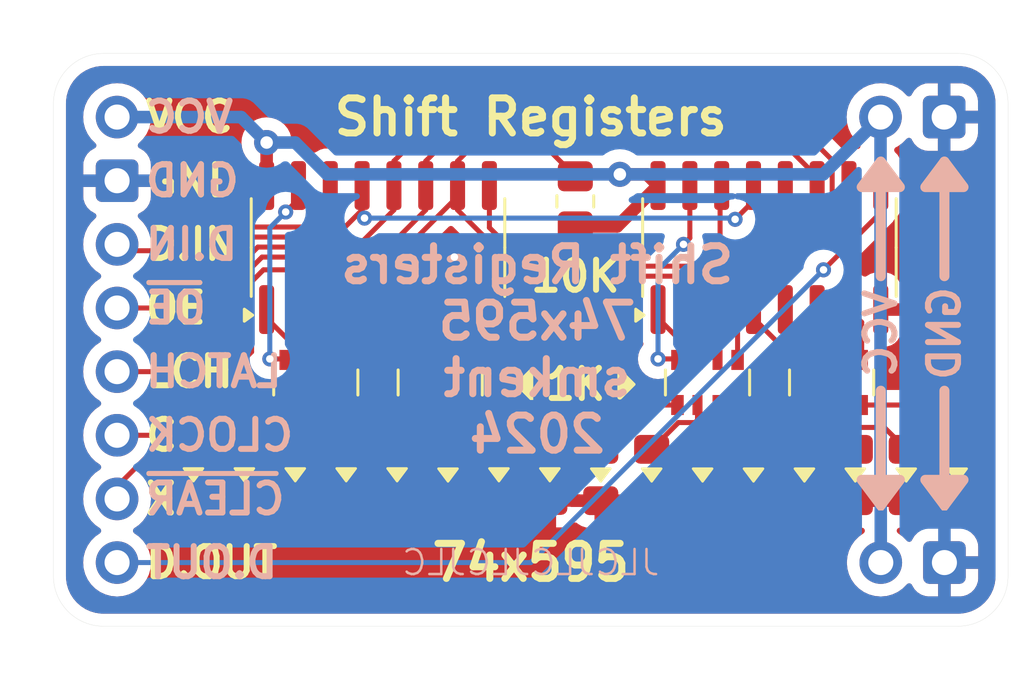
<source format=kicad_pcb>
(kicad_pcb (version 20240108) (generator "pcbnew") (generator_version "8.0")
  (layers (0 "F.Cu" signal) (31 "B.Cu" signal) (34 "B.Paste" user) (35 "F.Paste" user) (36 "B.SilkS" user "B.Silkscreen") (37 "F.SilkS" user "F.Silkscreen") (38 "B.Mask" user) (39 "F.Mask" user) (44 "Edge.Cuts" user))
  (net 0 "")
  (net 1 "LED4")
  (net 2 "LED3")
  (net 3 "LED1")
  (net 4 "LED2")
  (net 5 "Net-(LED1-A)")
  (net 6 "Net-(LED2-A)")
  (net 7 "Net-(LED3-A)")
  (net 8 "Net-(LED4-A)")
  (net 9 "LED8")
  (net 10 "LED6")
  (net 11 "LED5")
  (net 12 "LED7")
  (net 13 "Net-(LED5-A)")
  (net 14 "Net-(LED6-A)")
  (net 15 "Net-(LED7-A)")
  (net 16 "Net-(LED8-A)")
  (net 17 "GND")
  (net 18 "VCC")
  (net 19 "OE")
  (net 20 "Clock")
  (net 21 "Data")
  (net 22 "Latch")
  (net 23 "Clear")
  (net 24 "Net-(LED9-A)")
  (net 25 "Net-(LED10-A)")
  (net 26 "Net-(LED11-A)")
  (net 27 "Net-(LED12-A)")
  (net 28 "Net-(LED13-A)")
  (net 29 "Net-(LED14-A)")
  (net 30 "Net-(LED15-A)")
  (net 31 "Net-(LED16-A)")
  (net 32 "LED9")
  (net 33 "LED10")
  (net 34 "LED11")
  (net 35 "LED12")
  (net 36 "LED14")
  (net 37 "LED16")
  (net 38 "LED15")
  (net 39 "LED13")
  (net 40 "Data2")
  (net 41 "Data_Out")
  (footprint "Resistor_SMD:R_0805_2012Metric_Pad1.20x1.40mm_HandSolder" (layer "F.Cu") (at 122.428 79.564 90)
    (property "Reference" "R1" (hide yes))
    (property "Value" "10K")
    (fp_line (start -0.227064 -0.735) (end 0.227064 -0.735) (stroke (width 0.12)) (layer "F.SilkS"))
    (fp_line (start -0.227064 0.735) (end 0.227064 0.735) (stroke (width 0.12)) (layer "F.SilkS"))
    (pad "1" smd roundrect (at -1 0 90) (size 1.2 1.4) (layers "F.Cu" "F.Paste" "F.Mask") (roundrect_rratio 0.208333) (net 18 "VCC"))
    (pad "2" smd roundrect (at 1 0 90) (size 1.2 1.4) (layers "F.Cu" "F.Paste" "F.Mask") (roundrect_rratio 0.208333) (net 23 "Clear"))
  )
  (footprint "custom:LED_0805_2012Metric_Pad1.15x1.40mm_HandSolder_simple" (layer "F.Cu") (at 127.508 90.486 90)
    (property "Reference" "LED11" (hide yes))
    (property "Value" "LED")
    (fp_poly (pts (xy 0.254 -0.381) (xy 0.254 0.381) (xy -0.254 0)) (stroke (width 0.1)) (fill solid) (layer "F.SilkS"))
    (pad "1" smd roundrect (at -1.025 0 90) (size 1.15 1.4) (layers "F.Cu" "F.Paste" "F.Mask") (roundrect_rratio 0.217391) (net 17 "GND"))
    (pad "2" smd roundrect (at 1.025 0 90) (size 1.15 1.4) (layers "F.Cu" "F.Paste" "F.Mask") (roundrect_rratio 0.217391) (net 26 "Net-(LED11-A)"))
  )
  (footprint "custom:LED_0805_2012Metric_Pad1.15x1.40mm_HandSolder_simple" (layer "F.Cu") (at 109.22 90.477 90)
    (property "Reference" "LED2" (hide yes))
    (property "Value" "LED")
    (fp_poly (pts (xy 0.254 -0.381) (xy 0.254 0.381) (xy -0.254 0)) (stroke (width 0.1)) (fill solid) (layer "F.SilkS"))
    (pad "1" smd roundrect (at -1.025 0 90) (size 1.15 1.4) (layers "F.Cu" "F.Paste" "F.Mask") (roundrect_rratio 0.217391) (net 17 "GND"))
    (pad "2" smd roundrect (at 1.025 0 90) (size 1.15 1.4) (layers "F.Cu" "F.Paste" "F.Mask") (roundrect_rratio 0.217391) (net 6 "Net-(LED2-A)"))
  )
  (footprint "Package_SO:SOIC-16_3.9x9.9mm_P1.27mm" (layer "F.Cu") (at 130.175 81.407 90)
    (property "Reference" "U2" (hide yes))
    (property "Value" "74HC595")
    (fp_line (start 0 -5.06) (end 1.95 -5.06) (stroke (width 0.12)) (layer "F.SilkS"))
    (fp_line (start 0 -5.06) (end -1.95 -5.06) (stroke (width 0.12)) (layer "F.SilkS"))
    (fp_line (start 0 5.06) (end 1.95 5.06) (stroke (width 0.12)) (layer "F.SilkS"))
    (fp_line (start 0 5.06) (end -1.95 5.06) (stroke (width 0.12)) (layer "F.SilkS"))
    (fp_poly (pts (xy -2.7 -5.005) (xy -2.94 -5.335) (xy -2.46 -5.335) (xy -2.7 -5.005)) (stroke (width 0.12)) (fill solid) (layer "F.SilkS"))
    (pad "1" smd roundrect (at -2.475 -4.445 90) (size 1.95 0.6) (layers "F.Cu" "F.Paste" "F.Mask") (net 33 "LED10"))
    (pad "2" smd roundrect (at -2.475 -3.175 90) (size 1.95 0.6) (layers "F.Cu" "F.Paste" "F.Mask") (net 34 "LED11"))
    (pad "3" smd roundrect (at -2.475 -1.905 90) (size 1.95 0.6) (layers "F.Cu" "F.Paste" "F.Mask") (net 35 "LED12"))
    (pad "4" smd roundrect (at -2.475 -0.635 90) (size 1.95 0.6) (layers "F.Cu" "F.Paste" "F.Mask") (net 39 "LED13"))
    (pad "5" smd roundrect (at -2.475 0.635 90) (size 1.95 0.6) (layers "F.Cu" "F.Paste" "F.Mask") (net 36 "LED14"))
    (pad "6" smd roundrect (at -2.475 1.905 90) (size 1.95 0.6) (layers "F.Cu" "F.Paste" "F.Mask") (net 38 "LED15"))
    (pad "7" smd roundrect (at -2.475 3.175 90) (size 1.95 0.6) (layers "F.Cu" "F.Paste" "F.Mask") (net 37 "LED16"))
    (pad "8" smd roundrect (at -2.475 4.445 90) (size 1.95 0.6) (layers "F.Cu" "F.Paste" "F.Mask") (net 17 "GND"))
    (pad "9" smd roundrect (at 2.475 4.445 90) (size 1.95 0.6) (layers "F.Cu" "F.Paste" "F.Mask") (net 41 "Data_Out"))
    (pad "10" smd roundrect (at 2.475 3.175 90) (size 1.95 0.6) (layers "F.Cu" "F.Paste" "F.Mask") (net 23 "Clear"))
    (pad "11" smd roundrect (at 2.475 1.905 90) (size 1.95 0.6) (layers "F.Cu" "F.Paste" "F.Mask") (net 20 "Clock"))
    (pad "12" smd roundrect (at 2.475 0.635 90) (size 1.95 0.6) (layers "F.Cu" "F.Paste" "F.Mask") (net 22 "Latch"))
    (pad "13" smd roundrect (at 2.475 -0.635 90) (size 1.95 0.6) (layers "F.Cu" "F.Paste" "F.Mask") (net 19 "OE"))
    (pad "14" smd roundrect (at 2.475 -1.905 90) (size 1.95 0.6) (layers "F.Cu" "F.Paste" "F.Mask") (net 40 "Data2"))
    (pad "15" smd roundrect (at 2.475 -3.175 90) (size 1.95 0.6) (layers "F.Cu" "F.Paste" "F.Mask") (net 32 "LED9"))
    (pad "16" smd roundrect (at 2.475 -4.445 90) (size 1.95 0.6) (layers "F.Cu" "F.Paste" "F.Mask") (net 18 "VCC"))
  )
  (footprint "custom:LED_0805_2012Metric_Pad1.15x1.40mm_HandSolder_simple" (layer "F.Cu") (at 111.252 90.477 90)
    (property "Reference" "LED3" (hide yes))
    (property "Value" "LED")
    (fp_poly (pts (xy 0.254 -0.381) (xy 0.254 0.381) (xy -0.254 0)) (stroke (width 0.1)) (fill solid) (layer "F.SilkS"))
    (pad "1" smd roundrect (at -1.025 0 90) (size 1.15 1.4) (layers "F.Cu" "F.Paste" "F.Mask") (roundrect_rratio 0.217391) (net 17 "GND"))
    (pad "2" smd roundrect (at 1.025 0 90) (size 1.15 1.4) (layers "F.Cu" "F.Paste" "F.Mask") (roundrect_rratio 0.217391) (net 7 "Net-(LED3-A)"))
  )
  (footprint "custom:LED_0805_2012Metric_Pad1.15x1.40mm_HandSolder_simple" (layer "F.Cu") (at 107.188 90.477 90)
    (property "Reference" "LED1" (hide yes))
    (property "Value" "LED")
    (fp_poly (pts (xy 0.254 -0.381) (xy 0.254 0.381) (xy -0.254 0)) (stroke (width 0.1)) (fill solid) (layer "F.SilkS"))
    (pad "1" smd roundrect (at -1.025 0 90) (size 1.15 1.4) (layers "F.Cu" "F.Paste" "F.Mask") (roundrect_rratio 0.217391) (net 17 "GND"))
    (pad "2" smd roundrect (at 1.025 0 90) (size 1.15 1.4) (layers "F.Cu" "F.Paste" "F.Mask") (roundrect_rratio 0.217391) (net 5 "Net-(LED1-A)"))
  )
  (footprint "custom:LED_0805_2012Metric_Pad1.15x1.40mm_HandSolder_simple" (layer "F.Cu") (at 115.316 90.477 90)
    (property "Reference" "LED5" (hide yes))
    (property "Value" "LED")
    (fp_poly (pts (xy 0.254 -0.381) (xy 0.254 0.381) (xy -0.254 0)) (stroke (width 0.1)) (fill solid) (layer "F.SilkS"))
    (pad "1" smd roundrect (at -1.025 0 90) (size 1.15 1.4) (layers "F.Cu" "F.Paste" "F.Mask") (roundrect_rratio 0.217391) (net 17 "GND"))
    (pad "2" smd roundrect (at 1.025 0 90) (size 1.15 1.4) (layers "F.Cu" "F.Paste" "F.Mask") (roundrect_rratio 0.217391) (net 13 "Net-(LED5-A)"))
  )
  (footprint "custom:LED_0805_2012Metric_Pad1.15x1.40mm_HandSolder_simple" (layer "F.Cu") (at 131.572 90.486 90)
    (property "Reference" "LED13" (hide yes))
    (property "Value" "LED")
    (fp_poly (pts (xy 0.254 -0.381) (xy 0.254 0.381) (xy -0.254 0)) (stroke (width 0.1)) (fill solid) (layer "F.SilkS"))
    (pad "1" smd roundrect (at -1.025 0 90) (size 1.15 1.4) (layers "F.Cu" "F.Paste" "F.Mask") (roundrect_rratio 0.217391) (net 17 "GND"))
    (pad "2" smd roundrect (at 1.025 0 90) (size 1.15 1.4) (layers "F.Cu" "F.Paste" "F.Mask") (roundrect_rratio 0.217391) (net 28 "Net-(LED13-A)"))
  )
  (footprint "custom:LED_0805_2012Metric_Pad1.15x1.40mm_HandSolder_simple" (layer "F.Cu") (at 135.636 90.486 90)
    (property "Reference" "LED15" (hide yes))
    (property "Value" "LED")
    (fp_poly (pts (xy 0.254 -0.381) (xy 0.254 0.381) (xy -0.254 0)) (stroke (width 0.1)) (fill solid) (layer "F.SilkS"))
    (pad "1" smd roundrect (at -1.025 0 90) (size 1.15 1.4) (layers "F.Cu" "F.Paste" "F.Mask") (roundrect_rratio 0.217391) (net 17 "GND"))
    (pad "2" smd roundrect (at 1.025 0 90) (size 1.15 1.4) (layers "F.Cu" "F.Paste" "F.Mask") (roundrect_rratio 0.217391) (net 30 "Net-(LED15-A)"))
  )
  (footprint "Resistor_SMD:R_Array_Convex_4x0603" (layer "F.Cu") (at 127.705 86.792 90)
    (property "Reference" "RN3" (hide yes))
    (property "Value" "1K")
    (fp_line (start 0.5 -1.68) (end -0.5 -1.68) (stroke (width 0.12)) (layer "F.SilkS"))
    (fp_line (start 0.5 1.68) (end -0.5 1.68) (stroke (width 0.12)) (layer "F.SilkS"))
    (pad "1" smd rect (at -0.9 -1.2 90) (size 0.8 0.5) (layers "F.Cu" "F.Paste" "F.Mask") (net 24 "Net-(LED9-A)"))
    (pad "2" smd rect (at -0.9 -0.4 90) (size 0.8 0.4) (layers "F.Cu" "F.Paste" "F.Mask") (net 25 "Net-(LED10-A)"))
    (pad "3" smd rect (at -0.9 0.4 90) (size 0.8 0.4) (layers "F.Cu" "F.Paste" "F.Mask") (net 26 "Net-(LED11-A)"))
    (pad "4" smd rect (at -0.9 1.2 90) (size 0.8 0.5) (layers "F.Cu" "F.Paste" "F.Mask") (net 27 "Net-(LED12-A)"))
    (pad "5" smd rect (at 0.9 1.2 90) (size 0.8 0.5) (layers "F.Cu" "F.Paste" "F.Mask") (net 35 "LED12"))
    (pad "6" smd rect (at 0.9 0.4 90) (size 0.8 0.4) (layers "F.Cu" "F.Paste" "F.Mask") (net 34 "LED11"))
    (pad "7" smd rect (at 0.9 -0.4 90) (size 0.8 0.4) (layers "F.Cu" "F.Paste" "F.Mask") (net 33 "LED10"))
    (pad "8" smd rect (at 0.9 -1.2 90) (size 0.8 0.5) (layers "F.Cu" "F.Paste" "F.Mask") (net 32 "LED9"))
  )
  (footprint "custom:LED_0805_2012Metric_Pad1.15x1.40mm_HandSolder_simple" (layer "F.Cu") (at 133.604 90.486 90)
    (property "Reference" "LED14" (hide yes))
    (property "Value" "LED")
    (fp_poly (pts (xy 0.254 -0.381) (xy 0.254 0.381) (xy -0.254 0)) (stroke (width 0.1)) (fill solid) (layer "F.SilkS"))
    (pad "1" smd roundrect (at -1.025 0 90) (size 1.15 1.4) (layers "F.Cu" "F.Paste" "F.Mask") (roundrect_rratio 0.217391) (net 17 "GND"))
    (pad "2" smd roundrect (at 1.025 0 90) (size 1.15 1.4) (layers "F.Cu" "F.Paste" "F.Mask") (roundrect_rratio 0.217391) (net 29 "Net-(LED14-A)"))
  )
  (footprint "custom:LED_0805_2012Metric_Pad1.15x1.40mm_HandSolder_simple" (layer "F.Cu") (at 121.412 90.477 90)
    (property "Reference" "LED8" (hide yes))
    (property "Value" "LED")
    (fp_poly (pts (xy 0.254 -0.381) (xy 0.254 0.381) (xy -0.254 0)) (stroke (width 0.1)) (fill solid) (layer "F.SilkS"))
    (pad "1" smd roundrect (at -1.025 0 90) (size 1.15 1.4) (layers "F.Cu" "F.Paste" "F.Mask") (roundrect_rratio 0.217391) (net 17 "GND"))
    (pad "2" smd roundrect (at 1.025 0 90) (size 1.15 1.4) (layers "F.Cu" "F.Paste" "F.Mask") (roundrect_rratio 0.217391) (net 16 "Net-(LED8-A)"))
  )
  (footprint "custom:LED_0805_2012Metric_Pad1.15x1.40mm_HandSolder_simple" (layer "F.Cu") (at 117.348 90.486 90)
    (property "Reference" "LED6" (hide yes))
    (property "Value" "LED")
    (fp_poly (pts (xy 0.254 -0.381) (xy 0.254 0.381) (xy -0.254 0)) (stroke (width 0.1)) (fill solid) (layer "F.SilkS"))
    (pad "1" smd roundrect (at -1.025 0 90) (size 1.15 1.4) (layers "F.Cu" "F.Paste" "F.Mask") (roundrect_rratio 0.217391) (net 17 "GND"))
    (pad "2" smd roundrect (at 1.025 0 90) (size 1.15 1.4) (layers "F.Cu" "F.Paste" "F.Mask") (roundrect_rratio 0.217391) (net 14 "Net-(LED6-A)"))
  )
  (footprint "custom:LED_0805_2012Metric_Pad1.15x1.40mm_HandSolder_simple" (layer "F.Cu") (at 123.444 90.486 90)
    (property "Reference" "LED9" (hide yes))
    (property "Value" "LED")
    (fp_poly (pts (xy 0.254 -0.381) (xy 0.254 0.381) (xy -0.254 0)) (stroke (width 0.1)) (fill solid) (layer "F.SilkS"))
    (pad "1" smd roundrect (at -1.025 0 90) (size 1.15 1.4) (layers "F.Cu" "F.Paste" "F.Mask") (roundrect_rratio 0.217391) (net 17 "GND"))
    (pad "2" smd roundrect (at 1.025 0 90) (size 1.15 1.4) (layers "F.Cu" "F.Paste" "F.Mask") (roundrect_rratio 0.217391) (net 24 "Net-(LED9-A)"))
  )
  (footprint "custom:LED_0805_2012Metric_Pad1.15x1.40mm_HandSolder_simple" (layer "F.Cu") (at 129.54 90.486 90)
    (property "Reference" "LED12" (hide yes))
    (property "Value" "LED")
    (fp_poly (pts (xy 0.254 -0.381) (xy 0.254 0.381) (xy -0.254 0)) (stroke (width 0.1)) (fill solid) (layer "F.SilkS"))
    (pad "1" smd roundrect (at -1.025 0 90) (size 1.15 1.4) (layers "F.Cu" "F.Paste" "F.Mask") (roundrect_rratio 0.217391) (net 17 "GND"))
    (pad "2" smd roundrect (at 1.025 0 90) (size 1.15 1.4) (layers "F.Cu" "F.Paste" "F.Mask") (roundrect_rratio 0.217391) (net 27 "Net-(LED12-A)"))
  )
  (footprint "custom:LED_0805_2012Metric_Pad1.15x1.40mm_HandSolder_simple" (layer "F.Cu") (at 137.668 90.486 90)
    (property "Reference" "LED16" (hide yes))
    (property "Value" "LED")
    (fp_poly (pts (xy 0.254 -0.381) (xy 0.254 0.381) (xy -0.254 0)) (stroke (width 0.1)) (fill solid) (layer "F.SilkS"))
    (pad "1" smd roundrect (at -1.025 0 90) (size 1.15 1.4) (layers "F.Cu" "F.Paste" "F.Mask") (roundrect_rratio 0.217391) (net 17 "GND"))
    (pad "2" smd roundrect (at 1.025 0 90) (size 1.15 1.4) (layers "F.Cu" "F.Paste" "F.Mask") (roundrect_rratio 0.217391) (net 31 "Net-(LED16-A)"))
  )
  (footprint "Resistor_SMD:R_Array_Convex_4x0603" (layer "F.Cu") (at 117.037 86.792 90)
    (property "Reference" "RN2" (hide yes))
    (property "Value" "1K")
    (fp_line (start 0.5 -1.68) (end -0.5 -1.68) (stroke (width 0.12)) (layer "F.SilkS"))
    (fp_line (start 0.5 1.68) (end -0.5 1.68) (stroke (width 0.12)) (layer "F.SilkS"))
    (pad "1" smd rect (at -0.9 -1.2 90) (size 0.8 0.5) (layers "F.Cu" "F.Paste" "F.Mask") (net 13 "Net-(LED5-A)"))
    (pad "2" smd rect (at -0.9 -0.4 90) (size 0.8 0.4) (layers "F.Cu" "F.Paste" "F.Mask") (net 14 "Net-(LED6-A)"))
    (pad "3" smd rect (at -0.9 0.4 90) (size 0.8 0.4) (layers "F.Cu" "F.Paste" "F.Mask") (net 15 "Net-(LED7-A)"))
    (pad "4" smd rect (at -0.9 1.2 90) (size 0.8 0.5) (layers "F.Cu" "F.Paste" "F.Mask") (net 16 "Net-(LED8-A)"))
    (pad "5" smd rect (at 0.9 1.2 90) (size 0.8 0.5) (layers "F.Cu" "F.Paste" "F.Mask") (net 9 "LED8"))
    (pad "6" smd rect (at 0.9 0.4 90) (size 0.8 0.4) (layers "F.Cu" "F.Paste" "F.Mask") (net 12 "LED7"))
    (pad "7" smd rect (at 0.9 -0.4 90) (size 0.8 0.4) (layers "F.Cu" "F.Paste" "F.Mask") (net 10 "LED6"))
    (pad "8" smd rect (at 0.9 -1.2 90) (size 0.8 0.5) (layers "F.Cu" "F.Paste" "F.Mask") (net 11 "LED5"))
  )
  (footprint "custom:LED_0805_2012Metric_Pad1.15x1.40mm_HandSolder_simple" (layer "F.Cu") (at 125.476 90.486 90)
    (property "Reference" "LED10" (hide yes))
    (property "Value" "LED")
    (fp_poly (pts (xy 0.254 -0.381) (xy 0.254 0.381) (xy -0.254 0)) (stroke (width 0.1)) (fill solid) (layer "F.SilkS"))
    (pad "1" smd roundrect (at -1.025 0 90) (size 1.15 1.4) (layers "F.Cu" "F.Paste" "F.Mask") (roundrect_rratio 0.217391) (net 17 "GND"))
    (pad "2" smd roundrect (at 1.025 0 90) (size 1.15 1.4) (layers "F.Cu" "F.Paste" "F.Mask") (roundrect_rratio 0.217391) (net 25 "Net-(LED10-A)"))
  )
  (footprint "Package_SO:SOIC-16_3.9x9.9mm_P1.27mm" (layer "F.Cu") (at 114.554 81.407 90)
    (property "Reference" "U1" (hide yes))
    (property "Value" "74HC595")
    (fp_line (start 0 -5.06) (end 1.95 -5.06) (stroke (width 0.12)) (layer "F.SilkS"))
    (fp_line (start 0 -5.06) (end -1.95 -5.06) (stroke (width 0.12)) (layer "F.SilkS"))
    (fp_line (start 0 5.06) (end 1.95 5.06) (stroke (width 0.12)) (layer "F.SilkS"))
    (fp_line (start 0 5.06) (end -1.95 5.06) (stroke (width 0.12)) (layer "F.SilkS"))
    (fp_poly (pts (xy -2.7 -5.005) (xy -2.94 -5.335) (xy -2.46 -5.335) (xy -2.7 -5.005)) (stroke (width 0.12)) (fill solid) (layer "F.SilkS"))
    (pad "1" smd roundrect (at -2.475 -4.445 90) (size 1.95 0.6) (layers "F.Cu" "F.Paste" "F.Mask") (net 4 "LED2"))
    (pad "2" smd roundrect (at -2.475 -3.175 90) (size 1.95 0.6) (layers "F.Cu" "F.Paste" "F.Mask") (net 2 "LED3"))
    (pad "3" smd roundrect (at -2.475 -1.905 90) (size 1.95 0.6) (layers "F.Cu" "F.Paste" "F.Mask") (net 1 "LED4"))
    (pad "4" smd roundrect (at -2.475 -0.635 90) (size 1.95 0.6) (layers "F.Cu" "F.Paste" "F.Mask") (net 11 "LED5"))
    (pad "5" smd roundrect (at -2.475 0.635 90) (size 1.95 0.6) (layers "F.Cu" "F.Paste" "F.Mask") (net 10 "LED6"))
    (pad "6" smd roundrect (at -2.475 1.905 90) (size 1.95 0.6) (layers "F.Cu" "F.Paste" "F.Mask") (net 12 "LED7"))
    (pad "7" smd roundrect (at -2.475 3.175 90) (size 1.95 0.6) (layers "F.Cu" "F.Paste" "F.Mask") (net 9 "LED8"))
    (pad "8" smd roundrect (at -2.475 4.445 90) (size 1.95 0.6) (layers "F.Cu" "F.Paste" "F.Mask") (net 17 "GND"))
    (pad "9" smd roundrect (at 2.475 4.445 90) (size 1.95 0.6) (layers "F.Cu" "F.Paste" "F.Mask") (net 40 "Data2"))
    (pad "10" smd roundrect (at 2.475 3.175 90) (size 1.95 0.6) (layers "F.Cu" "F.Paste" "F.Mask") (net 23 "Clear"))
    (pad "11" smd roundrect (at 2.475 1.905 90) (size 1.95 0.6) (layers "F.Cu" "F.Paste" "F.Mask") (net 20 "Clock"))
    (pad "12" smd roundrect (at 2.475 0.635 90) (size 1.95 0.6) (layers "F.Cu" "F.Paste" "F.Mask") (net 22 "Latch"))
    (pad "13" smd roundrect (at 2.475 -0.635 90) (size 1.95 0.6) (layers "F.Cu" "F.Paste" "F.Mask") (net 19 "OE"))
    (pad "14" smd roundrect (at 2.475 -1.905 90) (size 1.95 0.6) (layers "F.Cu" "F.Paste" "F.Mask") (net 21 "Data"))
    (pad "15" smd roundrect (at 2.475 -3.175 90) (size 1.95 0.6) (layers "F.Cu" "F.Paste" "F.Mask") (net 3 "LED1"))
    (pad "16" smd roundrect (at 2.475 -4.445 90) (size 1.95 0.6) (layers "F.Cu" "F.Paste" "F.Mask") (net 18 "VCC"))
  )
  (footprint "Resistor_SMD:R_Array_Convex_4x0603" (layer "F.Cu") (at 132.658 86.792 90)
    (property "Reference" "RN4" (hide yes))
    (property "Value" "1K")
    (fp_line (start 0.5 -1.68) (end -0.5 -1.68) (stroke (width 0.12)) (layer "F.SilkS"))
    (fp_line (start 0.5 1.68) (end -0.5 1.68) (stroke (width 0.12)) (layer "F.SilkS"))
    (pad "1" smd rect (at -0.9 -1.2 90) (size 0.8 0.5) (layers "F.Cu" "F.Paste" "F.Mask") (net 28 "Net-(LED13-A)"))
    (pad "2" smd rect (at -0.9 -0.4 90) (size 0.8 0.4) (layers "F.Cu" "F.Paste" "F.Mask") (net 29 "Net-(LED14-A)"))
    (pad "3" smd rect (at -0.9 0.4 90) (size 0.8 0.4) (layers "F.Cu" "F.Paste" "F.Mask") (net 30 "Net-(LED15-A)"))
    (pad "4" smd rect (at -0.9 1.2 90) (size 0.8 0.5) (layers "F.Cu" "F.Paste" "F.Mask") (net 31 "Net-(LED16-A)"))
    (pad "5" smd rect (at 0.9 1.2 90) (size 0.8 0.5) (layers "F.Cu" "F.Paste" "F.Mask") (net 37 "LED16"))
    (pad "6" smd rect (at 0.9 0.4 90) (size 0.8 0.4) (layers "F.Cu" "F.Paste" "F.Mask") (net 38 "LED15"))
    (pad "7" smd rect (at 0.9 -0.4 90) (size 0.8 0.4) (layers "F.Cu" "F.Paste" "F.Mask") (net 36 "LED14"))
    (pad "8" smd rect (at 0.9 -1.2 90) (size 0.8 0.5) (layers "F.Cu" "F.Paste" "F.Mask") (net 39 "LED13"))
  )
  (footprint "custom:LED_0805_2012Metric_Pad1.15x1.40mm_HandSolder_simple" (layer "F.Cu") (at 113.284 90.477 90)
    (property "Reference" "LED4" (hide yes))
    (property "Value" "LED")
    (fp_poly (pts (xy 0.254 -0.381) (xy 0.254 0.381) (xy -0.254 0)) (stroke (width 0.1)) (fill solid) (layer "F.SilkS"))
    (pad "1" smd roundrect (at -1.025 0 90) (size 1.15 1.4) (layers "F.Cu" "F.Paste" "F.Mask") (roundrect_rratio 0.217391) (net 17 "GND"))
    (pad "2" smd roundrect (at 1.025 0 90) (size 1.15 1.4) (layers "F.Cu" "F.Paste" "F.Mask") (roundrect_rratio 0.217391) (net 8 "Net-(LED4-A)"))
  )
  (footprint "custom:LED_0805_2012Metric_Pad1.15x1.40mm_HandSolder_simple" (layer "F.Cu") (at 119.38 90.477 90)
    (property "Reference" "LED7" (hide yes))
    (property "Value" "LED")
    (fp_poly (pts (xy 0.254 -0.381) (xy 0.254 0.381) (xy -0.254 0)) (stroke (width 0.1)) (fill solid) (layer "F.SilkS"))
    (pad "1" smd roundrect (at -1.025 0 90) (size 1.15 1.4) (layers "F.Cu" "F.Paste" "F.Mask") (roundrect_rratio 0.217391) (net 17 "GND"))
    (pad "2" smd roundrect (at 1.025 0 90) (size 1.15 1.4) (layers "F.Cu" "F.Paste" "F.Mask") (roundrect_rratio 0.217391) (net 15 "Net-(LED7-A)"))
  )
  (footprint "Resistor_SMD:R_Array_Convex_4x0603" (layer "F.Cu") (at 112.071 86.792 90)
    (property "Reference" "RN1" (hide yes))
    (property "Value" "1K")
    (fp_line (start 0.5 -1.68) (end -0.5 -1.68) (stroke (width 0.12)) (layer "F.SilkS"))
    (fp_line (start 0.5 1.68) (end -0.5 1.68) (stroke (width 0.12)) (layer "F.SilkS"))
    (pad "1" smd rect (at -0.9 -1.2 90) (size 0.8 0.5) (layers "F.Cu" "F.Paste" "F.Mask") (net 5 "Net-(LED1-A)"))
    (pad "2" smd rect (at -0.9 -0.4 90) (size 0.8 0.4) (layers "F.Cu" "F.Paste" "F.Mask") (net 6 "Net-(LED2-A)"))
    (pad "3" smd rect (at -0.9 0.4 90) (size 0.8 0.4) (layers "F.Cu" "F.Paste" "F.Mask") (net 7 "Net-(LED3-A)"))
    (pad "4" smd rect (at -0.9 1.2 90) (size 0.8 0.5) (layers "F.Cu" "F.Paste" "F.Mask") (net 8 "Net-(LED4-A)"))
    (pad "5" smd rect (at 0.9 1.2 90) (size 0.8 0.5) (layers "F.Cu" "F.Paste" "F.Mask") (net 1 "LED4"))
    (pad "6" smd rect (at 0.9 0.4 90) (size 0.8 0.4) (layers "F.Cu" "F.Paste" "F.Mask") (net 2 "LED3"))
    (pad "7" smd rect (at 0.9 -0.4 90) (size 0.8 0.4) (layers "F.Cu" "F.Paste" "F.Mask") (net 4 "LED2"))
    (pad "8" smd rect (at 0.9 -1.2 90) (size 0.8 0.5) (layers "F.Cu" "F.Paste" "F.Mask") (net 3 "LED1"))
  )
  (footprint "custom:PinHeader_1x02_P2.54mm_Vertical_simple_pad2gnd" (layer "B.Cu") (at 134.61 76.2 -90)
    (property "Reference" "J1" (hide yes))
    (property "Value" "Conn_01x02")
    (pad "1" thru_hole oval (at 0 0 270) (size 1.7 1.7) (drill 1) (layers "*.Cu" "*.Mask") (net 18 "VCC"))
    (pad "2" thru_hole roundrect (at 0 -2.54 270) (size 1.7 1.7) (drill 1) (layers "*.Cu" "*.Mask") (roundrect_rratio 0.1470588235) (net 17 "GND"))
  )
  (footprint "custom:PinHeader_1x08_P2.54mm_Vertical_simple_pad2gnd" (layer "B.Cu") (at 104.14 76.2 180)
    (property "Reference" "J2" (hide yes))
    (property "Value" "Conn_01x08")
    (pad "1" thru_hole oval (at 0 0 180) (size 1.7 1.7) (drill 1) (layers "*.Cu" "*.Mask") (net 18 "VCC"))
    (pad "2" thru_hole roundrect (at 0 -2.54 180) (size 1.7 1.7) (drill 1) (layers "*.Cu" "*.Mask") (roundrect_rratio 0.1470588235) (net 17 "GND"))
    (pad "3" thru_hole oval (at 0 -5.08 180) (size 1.7 1.7) (drill 1) (layers "*.Cu" "*.Mask") (net 21 "Data"))
    (pad "4" thru_hole oval (at 0 -7.62 180) (size 1.7 1.7) (drill 1) (layers "*.Cu" "*.Mask") (net 19 "OE"))
    (pad "5" thru_hole oval (at 0 -10.16 180) (size 1.7 1.7) (drill 1) (layers "*.Cu" "*.Mask") (net 22 "Latch"))
    (pad "6" thru_hole oval (at 0 -12.7 180) (size 1.7 1.7) (drill 1) (layers "*.Cu" "*.Mask") (net 20 "Clock"))
    (pad "7" thru_hole oval (at 0 -15.24 180) (size 1.7 1.7) (drill 1) (layers "*.Cu" "*.Mask") (net 23 "Clear"))
    (pad "8" thru_hole oval (at 0 -17.78 180) (size 1.7 1.7) (drill 1) (layers "*.Cu" "*.Mask") (net 41 "Data_Out"))
  )
  (footprint "custom:PinHeader_1x02_P2.54mm_Vertical_simple_pad2gnd" (layer "B.Cu") (at 134.62 93.98 -90)
    (property "Reference" "J5" (hide yes))
    (property "Value" "Conn_01x02")
    (pad "1" thru_hole oval (at 0 0 270) (size 1.7 1.7) (drill 1) (layers "*.Cu" "*.Mask") (net 18 "VCC"))
    (pad "2" thru_hole roundrect (at 0 -2.54 270) (size 1.7 1.7) (drill 1) (layers "*.Cu" "*.Mask") (roundrect_rratio 0.1470588235) (net 17 "GND"))
  )
  (gr_poly (pts (xy 137.16 77.978) (xy 137.922 78.994) (xy 136.398 78.994)) (stroke (width 0.4)) (fill solid) (layer "B.SilkS"))
  (gr_line (start 134.62 82.55) (end 134.62 77.978) (stroke (width 0.4)) (layer "B.SilkS"))
  (gr_poly (pts (xy 137.16 91.694) (xy 136.398 90.678) (xy 137.922 90.678)) (stroke (width 0.4)) (fill solid) (layer "B.SilkS"))
  (gr_poly (pts (xy 134.62 91.694) (xy 133.858 90.678) (xy 135.382 90.678)) (stroke (width 0.4)) (fill solid) (layer "B.SilkS"))
  (gr_poly (pts (xy 134.62 77.978) (xy 135.382 78.994) (xy 133.858 78.994)) (stroke (width 0.4)) (fill solid) (layer "B.SilkS"))
  (gr_line (start 134.62 87.122) (end 134.62 91.694) (stroke (width 0.4)) (layer "B.SilkS"))
  (gr_line (start 137.16 87.122) (end 137.16 91.694) (stroke (width 0.4)) (layer "B.SilkS"))
  (gr_line (start 105.41 90.424) (end 110.49 90.424) (stroke (width 0.2)) (layer "B.SilkS"))
  (gr_line (start 137.16 82.55) (end 137.16 77.978) (stroke (width 0.4)) (layer "B.SilkS"))
  (gr_line (start 105.41 82.804) (end 107.442 82.804) (stroke (width 0.2)) (layer "B.SilkS"))
  (gr_poly (pts (xy 124.714 86.868) (xy 124.206 87.376) (xy 124.206 86.36)) (stroke (width 0.2)) (fill solid) (layer "F.SilkS"))
  (gr_poly (pts (xy 120.142 86.868) (xy 120.65 86.36) (xy 120.65 87.376)) (stroke (width 0.2)) (fill solid) (layer "F.SilkS"))
  (gr_line (start 105.41 90.424) (end 106.299 90.424) (stroke (width 0.2)) (layer "F.SilkS"))
  (gr_line (start 105.41 82.804) (end 107.442 82.804) (stroke (width 0.2)) (layer "F.SilkS"))
  (gr_poly (pts (arc (start 139.7 75.66) (mid 139.114214 74.245786) (end 137.7 73.66)) (arc (start 103.6 73.66) (mid 102.185786 74.245786) (end 101.6 75.66)) (arc (start 101.6 94.52) (mid 102.185786 95.934214) (end 103.6 96.52)) (arc (start 137.7 96.52) (mid 139.114214 95.934214) (end 139.7 94.52))) (stroke (width 0.01)) (fill none) (layer "Edge.Cuts"))
  (gr_text "D.IN" (at 105.156 81.28 0) (layer "B.SilkS") (effects (font (size 1.2 1.2) (thickness 0.24) (bold yes)) (justify right mirror)))
  (gr_text "D.OUT" (at 105.156 93.98 0) (layer "B.SilkS") (effects (font (size 1.2 1.2) (thickness 0.24) (bold yes)) (justify right mirror)))
  (gr_text "CLEAR" (at 105.156 91.44 0) (layer "B.SilkS") (effects (font (size 1.2 1.2) (thickness 0.24) (bold yes)) (justify right mirror)))
  (gr_text "OE" (at 105.156 83.82 0) (layer "B.SilkS") (effects (font (size 1.2 1.2) (thickness 0.24) (bold yes)) (justify right mirror)))
  (gr_text "LATCH" (at 105.156 86.36 0) (layer "B.SilkS") (effects (font (size 1.2 1.2) (thickness 0.24) (bold yes)) (justify right mirror)))
  (gr_text "VCC" (at 105.156 76.2 0) (layer "B.SilkS") (effects (font (size 1.2 1.2) (thickness 0.24) (bold yes)) (justify right mirror)))
  (gr_text "GND" (at 137.16 84.836 90) (layer "B.SilkS") (effects (font (size 1.2 1.2) (thickness 0.24) (bold yes)) (justify mirror)))
  (gr_text "CLOCK" (at 105.156 88.9 0) (layer "B.SilkS") (effects (font (size 1.2 1.2) (thickness 0.24) (bold yes)) (justify right mirror)))
  (gr_text "VCC" (at 134.62 84.836 90) (layer "B.SilkS") (effects (font (size 1.2 1.2) (thickness 0.24) (bold yes)) (justify mirror)))
  (gr_text "GND" (at 105.156 78.74 0) (layer "B.SilkS") (effects (font (size 1.2 1.2) (thickness 0.24) (bold yes)) (justify right mirror)))
  (gr_text "Shift Registers\n74x595\nsmkent\n2024" (at 120.904 81.28 0) (layer "B.SilkS") (effects (font (size 1.4 1.4) (thickness 0.28) (bold yes)) (justify top mirror)))
  (gr_text "JLCJLCJLCJLC" (at 120.65 93.98 0) (layer "B.SilkS") (effects (font (size 1 1) (thickness 0.1)) (justify mirror)))
  (gr_text "OE\n" (at 105.156 83.82 0) (layer "F.SilkS") (effects (font (size 1.2 1.2) (thickness 0.24) (bold yes)) (justify left)))
  (gr_text "1K" (at 122.428 86.868 0) (layer "F.SilkS") (effects (font (size 1.2 1.2) (thickness 0.24) (bold yes))))
  (gr_text "VCC" (at 105.156 76.2 0) (layer "F.SilkS") (effects (font (size 1.2 1.2) (thickness 0.24) (bold yes)) (justify left)))
  (gr_text "74x595" (at 120.65 93.98 0) (layer "F.SilkS") (effects (font (size 1.4 1.4) (thickness 0.28) (bold yes))))
  (gr_text "X" (at 105.156 91.44 0) (layer "F.SilkS") (effects (font (size 1.2 1.2) (thickness 0.24) (bold yes)) (justify left)))
  (gr_text "LCH" (at 105.156 86.359998 0) (layer "F.SilkS") (effects (font (size 1.2 1.2) (thickness 0.24) (bold yes)) (justify left)))
  (gr_text "D.IN" (at 105.156 81.28 0) (layer "F.SilkS") (effects (font (size 1.2 1.2) (thickness 0.24) (bold yes)) (justify left)))
  (gr_text "C" (at 105.156 88.9 0) (layer "F.SilkS") (effects (font (size 1.2 1.2) (thickness 0.24) (bold yes)) (justify left)))
  (gr_text "Shift Registers" (at 120.65 76.2 0) (layer "F.SilkS") (effects (font (size 1.4 1.4) (thickness 0.28) (bold yes))))
  (gr_text "GND" (at 105.156 78.74 0) (layer "F.SilkS") (effects (font (size 1.2 1.2) (thickness 0.24) (bold yes)) (justify left)))
  (gr_text "D.OUT" (at 105.156 93.98 0) (layer "F.SilkS") (effects (font (size 1.2 1.2) (thickness 0.24) (bold yes)) (justify left)))
  (gr_text "10K" (at 122.428 82.55 0) (layer "F.SilkS") (effects (font (size 1.2 1.2) (thickness 0.24) (bold yes))))
  (segment (start 113.271 85.892) (end 113.271 84.504) (width 0.2) (layer "F.Cu") (net 1))
  (segment (start 113.271 84.504) (end 112.649 83.882) (width 0.2) (layer "F.Cu") (net 1))
  (segment (start 112.471 85.319552) (end 111.379 84.227552) (width 0.2) (layer "F.Cu") (net 2))
  (segment (start 112.471 85.892) (end 112.471 85.319552) (width 0.2) (layer "F.Cu") (net 2))
  (segment (start 111.379 84.227552) (end 111.379 83.882) (width 0.2) (layer "F.Cu") (net 2))
  (segment (start 111.379 79.477869) (end 110.868869 79.988) (width 0.2) (layer "F.Cu") (net 3))
  (segment (start 110.831 85.852) (end 110.871 85.892) (width 0.2) (layer "F.Cu") (net 3))
  (segment (start 110.236 85.852) (end 110.831 85.852) (width 0.2) (layer "F.Cu") (net 3))
  (segment (start 111.379 78.932) (end 111.379 79.477869) (width 0.2) (layer "F.Cu") (net 3))
  (via (at 110.236 85.852) (size 0.6) (drill 0.3) (layers "F.Cu" "B.Cu") (net 3))
  (via (at 110.868869 79.988) (size 0.6) (drill 0.3) (layers "F.Cu" "B.Cu") (net 3))
  (segment (start 110.868869 79.988) (end 110.236 80.620869) (width 0.2) (layer "B.Cu") (net 3))
  (segment (start 110.236 80.620869) (end 110.236 85.852) (width 0.2) (layer "B.Cu") (net 3))
  (segment (start 111.671 85.292) (end 111.571 85.192) (width 0.2) (layer "F.Cu") (net 4))
  (segment (start 110.109 84.227552) (end 110.109 83.882) (width 0.2) (layer "F.Cu") (net 4))
  (segment (start 111.671 85.892) (end 111.671 85.292) (width 0.2) (layer "F.Cu") (net 4))
  (segment (start 111.571 85.192) (end 111.073448 85.192) (width 0.2) (layer "F.Cu") (net 4))
  (segment (start 111.073448 85.192) (end 110.109 84.227552) (width 0.2) (layer "F.Cu") (net 4))
  (segment (start 108.948 87.692) (end 107.188 89.452) (width 0.2) (layer "F.Cu") (net 5))
  (segment (start 110.871 87.692) (end 108.948 87.692) (width 0.2) (layer "F.Cu") (net 5))
  (segment (start 110.218 88.454) (end 109.22 89.452) (width 0.2) (layer "F.Cu") (net 6))
  (segment (start 111.671 87.692) (end 111.671 88.142) (width 0.2) (layer "F.Cu") (net 6))
  (segment (start 111.359 88.454) (end 110.218 88.454) (width 0.2) (layer "F.Cu") (net 6))
  (segment (start 111.671 88.142) (end 111.359 88.454) (width 0.2) (layer "F.Cu") (net 6))
  (segment (start 112.471 87.692) (end 112.471 88.233) (width 0.2) (layer "F.Cu") (net 7))
  (segment (start 112.471 88.233) (end 111.252 89.452) (width 0.2) (layer "F.Cu") (net 7))
  (segment (start 113.271 89.439) (end 113.284 89.452) (width 0.2) (layer "F.Cu") (net 8))
  (segment (start 113.271 87.692) (end 113.271 89.439) (width 0.2) (layer "F.Cu") (net 8))
  (segment (start 117.729 83.882) (end 118.237 84.39) (width 0.2) (layer "F.Cu") (net 9))
  (segment (start 118.237 84.39) (end 118.237 85.892) (width 0.2) (layer "F.Cu") (net 9))
  (segment (start 116.637 85.292) (end 116.502 85.157) (width 0.2) (layer "F.Cu") (net 10))
  (segment (start 116.502 85.157) (end 116.118448 85.157) (width 0.2) (layer "F.Cu") (net 10))
  (segment (start 116.118448 85.157) (end 115.189 84.227552) (width 0.2) (layer "F.Cu") (net 10))
  (segment (start 116.637 85.892) (end 116.637 85.292) (width 0.2) (layer "F.Cu") (net 10))
  (segment (start 115.189 84.227552) (end 115.189 83.882) (width 0.2) (layer "F.Cu") (net 10))
  (segment (start 115.837 85.892) (end 115.387 85.892) (width 0.2) (layer "F.Cu") (net 11))
  (segment (start 115.387 85.892) (end 113.919 84.424) (width 0.2) (layer "F.Cu") (net 11))
  (segment (start 113.919 84.424) (end 113.919 83.882) (width 0.2) (layer "F.Cu") (net 11))
  (segment (start 117.437 85.892) (end 117.437 85.205552) (width 0.2) (layer "F.Cu") (net 12))
  (segment (start 116.459 84.227552) (end 116.459 83.882) (width 0.2) (layer "F.Cu") (net 12))
  (segment (start 117.437 85.205552) (end 116.459 84.227552) (width 0.2) (layer "F.Cu") (net 12))
  (segment (start 115.837 87.692) (end 115.837 88.931) (width 0.2) (layer "F.Cu") (net 13))
  (segment (start 115.837 88.931) (end 115.316 89.452) (width 0.2) (layer "F.Cu") (net 13))
  (segment (start 116.637 88.75) (end 117.348 89.461) (width 0.2) (layer "F.Cu") (net 14))
  (segment (start 116.637 87.692) (end 116.637 88.75) (width 0.2) (layer "F.Cu") (net 14))
  (segment (start 117.437 88.142) (end 117.749 88.454) (width 0.2) (layer "F.Cu") (net 15))
  (segment (start 117.749 88.454) (end 118.382 88.454) (width 0.2) (layer "F.Cu") (net 15))
  (segment (start 117.437 87.692) (end 117.437 88.142) (width 0.2) (layer "F.Cu") (net 15))
  (segment (start 118.382 88.454) (end 119.38 89.452) (width 0.2) (layer "F.Cu") (net 15))
  (segment (start 119.652 87.692) (end 121.412 89.452) (width 0.2) (layer "F.Cu") (net 16))
  (segment (start 118.237 87.692) (end 119.652 87.692) (width 0.2) (layer "F.Cu") (net 16))
  (segment (start 118.999 83.185) (end 117.602 81.788) (width 0.2) (layer "F.Cu") (net 17))
  (segment (start 118.999 83.882) (end 118.999 83.185) (width 0.2) (layer "F.Cu") (net 17))
  (via (at 117.602 81.788) (size 0.6) (drill 0.3) (layers "F.Cu" "B.Cu") (net 17))
  (segment (start 117.602 81.788) (end 114.3 81.788) (width 0.2) (layer "B.Cu") (net 17))
  (segment (start 111.252 78.74) (end 104.14 78.74) (width 0.2) (layer "B.Cu") (net 17))
  (segment (start 114.3 81.788) (end 111.252 78.74) (width 0.2) (layer "B.Cu") (net 17))
  (segment (start 110.109 77.216) (end 110.109 78.932) (width 0.5) (layer "F.Cu") (net 18))
  (segment (start 124.098 80.564) (end 125.73 78.932) (width 0.5) (layer "F.Cu") (net 18))
  (segment (start 125.284 78.486) (end 124.206 78.486) (width 0.5) (layer "F.Cu") (net 18))
  (segment (start 125.73 78.932) (end 125.284 78.486) (width 0.5) (layer "F.Cu") (net 18))
  (segment (start 122.428 80.564) (end 124.098 80.564) (width 0.5) (layer "F.Cu") (net 18))
  (via (at 124.206 78.486) (size 1) (drill 0.5) (layers "F.Cu" "B.Cu") (net 18))
  (via (at 110.109 77.216) (size 1) (drill 0.5) (layers "F.Cu" "B.Cu") (net 18))
  (segment (start 132.324 78.486) (end 134.61 76.2) (width 0.5) (layer "B.Cu") (net 18))
  (segment (start 112.522 78.486) (end 124.206 78.486) (width 0.5) (layer "B.Cu") (net 18))
  (segment (start 109.093 76.2) (end 110.109 77.216) (width 0.5) (layer "B.Cu") (net 18))
  (segment (start 110.109 77.216) (end 111.252 77.216) (width 0.5) (layer "B.Cu") (net 18))
  (segment (start 134.62 91.44) (end 134.61 91.43) (width 0.5) (layer "B.Cu") (net 18))
  (segment (start 134.61 91.43) (end 134.61 76.2) (width 0.5) (layer "B.Cu") (net 18))
  (segment (start 111.252 77.216) (end 112.522 78.486) (width 0.5) (layer "B.Cu") (net 18))
  (segment (start 124.206 78.486) (end 132.324 78.486) (width 0.5) (layer "B.Cu") (net 18))
  (segment (start 104.14 76.2) (end 109.093 76.2) (width 0.5) (layer "B.Cu") (net 18))
  (segment (start 134.62 93.98) (end 134.62 91.44) (width 0.5) (layer "B.Cu") (net 18))
  (segment (start 113.919 78.932) (end 113.919 80.137) (width 0.2) (layer "F.Cu") (net 19))
  (segment (start 112.837999 80.988) (end 113.919 79.906999) (width 0.2) (layer "F.Cu") (net 19))
  (segment (start 128.806145 80.280735) (end 129.54 79.54688) (width 0.2) (layer "F.Cu") (net 19))
  (segment (start 113.919 79.906999) (end 113.919 78.932) (width 0.2) (layer "F.Cu") (net 19))
  (segment (start 107.95 83.82) (end 108.309 83.461) (width 0.2) (layer "F.Cu") (net 19))
  (segment (start 129.54 79.54688) (end 129.54 78.932) (width 0.2) (layer "F.Cu") (net 19))
  (segment (start 109.592944 80.988) (end 112.837999 80.988) (width 0.2) (layer "F.Cu") (net 19))
  (segment (start 108.309 82.271942) (end 109.592944 80.988) (width 0.2) (layer "F.Cu") (net 19))
  (segment (start 113.919 80.137) (end 114.014735 80.232735) (width 0.2) (layer "F.Cu") (net 19))
  (segment (start 104.14 83.82) (end 107.95 83.82) (width 0.2) (layer "F.Cu") (net 19))
  (segment (start 108.309 83.461) (end 108.309 82.271942) (width 0.2) (layer "F.Cu") (net 19))
  (via (at 114.014735 80.232735) (size 0.6) (drill 0.3) (layers "F.Cu" "B.Cu") (net 19))
  (via (at 128.806145 80.280735) (size 0.6) (drill 0.3) (layers "F.Cu" "B.Cu") (net 19))
  (segment (start 128.806145 80.280735) (end 128.758145 80.232735) (width 0.2) (layer "B.Cu") (net 19))
  (segment (start 128.758145 80.232735) (end 114.014735 80.232735) (width 0.2) (layer "B.Cu") (net 19))
  (segment (start 116.459 79.906999) (end 114.577999 81.788) (width 0.2) (layer "F.Cu") (net 20))
  (segment (start 132.08 78.586448) (end 132.08 78.932) (width 0.2) (layer "F.Cu") (net 20))
  (segment (start 116.459 77.957001) (end 117.346001 77.07) (width 0.2) (layer "F.Cu") (net 20))
  (segment (start 105.61457 88.9) (end 104.14 88.9) (width 0.2) (layer "F.Cu") (net 20))
  (segment (start 109.109 85.40557) (end 105.61457 88.9) (width 0.2) (layer "F.Cu") (net 20))
  (segment (start 109.924314 81.788) (end 109.109 82.603314) (width 0.2) (layer "F.Cu") (net 20))
  (segment (start 109.109 82.603314) (end 109.109 85.40557) (width 0.2) (layer "F.Cu") (net 20))
  (segment (start 130.563552 77.07) (end 132.08 78.586448) (width 0.2) (layer "F.Cu") (net 20))
  (segment (start 116.459 78.932) (end 116.459 79.906999) (width 0.2) (layer "F.Cu") (net 20))
  (segment (start 116.459 78.932) (end 116.459 77.957001) (width 0.2) (layer "F.Cu") (net 20))
  (segment (start 117.346001 77.07) (end 130.563552 77.07) (width 0.2) (layer "F.Cu") (net 20))
  (segment (start 114.577999 81.788) (end 109.924314 81.788) (width 0.2) (layer "F.Cu") (net 20))
  (segment (start 104.394 81.534) (end 108.481258 81.534) (width 0.2) (layer "F.Cu") (net 21))
  (segment (start 112.649 79.953) (end 112.649 78.932) (width 0.2) (layer "F.Cu") (net 21))
  (segment (start 109.427259 80.588) (end 112.014 80.588) (width 0.2) (layer "F.Cu") (net 21))
  (segment (start 108.481258 81.534) (end 109.427259 80.588) (width 0.2) (layer "F.Cu") (net 21))
  (segment (start 104.14 81.28) (end 104.394 81.534) (width 0.2) (layer "F.Cu") (net 21))
  (segment (start 112.014 80.588) (end 112.649 79.953) (width 0.2) (layer "F.Cu") (net 21))
  (segment (start 115.189 79.906999) (end 115.189 78.932) (width 0.2) (layer "F.Cu") (net 22))
  (segment (start 132.420552 80.207) (end 132.68 79.947552) (width 0.2) (layer "F.Cu") (net 22))
  (segment (start 130.81 78.932) (end 130.81 79.277552) (width 0.2) (layer "F.Cu") (net 22))
  (segment (start 108.709 82.437628) (end 109.758629 81.388) (width 0.2) (layer "F.Cu") (net 22))
  (segment (start 108.709 85.239884) (end 108.709 82.437628) (width 0.2) (layer "F.Cu") (net 22))
  (segment (start 116.476001 76.67) (end 115.189 77.957001) (width 0.2) (layer "F.Cu") (net 22))
  (segment (start 115.189 77.957001) (end 115.189 78.932) (width 0.2) (layer "F.Cu") (net 22))
  (segment (start 104.14 86.36) (end 107.588884 86.36) (width 0.2) (layer "F.Cu") (net 22))
  (segment (start 132.68 79.947552) (end 132.68 77.916448) (width 0.2) (layer "F.Cu") (net 22))
  (segment (start 130.81 79.277552) (end 131.739448 80.207) (width 0.2) (layer "F.Cu") (net 22))
  (segment (start 131.433552 76.67) (end 116.476001 76.67) (width 0.2) (layer "F.Cu") (net 22))
  (segment (start 107.588884 86.36) (end 108.709 85.239884) (width 0.2) (layer "F.Cu") (net 22))
  (segment (start 113.707999 81.388) (end 115.189 79.906999) (width 0.2) (layer "F.Cu") (net 22))
  (segment (start 131.739448 80.207) (end 132.420552 80.207) (width 0.2) (layer "F.Cu") (net 22))
  (segment (start 132.68 77.916448) (end 131.433552 76.67) (width 0.2) (layer "F.Cu") (net 22))
  (segment (start 109.758629 81.388) (end 113.707999 81.388) (width 0.2) (layer "F.Cu") (net 22))
  (segment (start 109.509 85.571256) (end 109.509 82.769) (width 0.2) (layer "F.Cu") (net 23))
  (segment (start 133.35 79.906999) (end 133.35 78.932) (width 0.2) (layer "F.Cu") (net 23))
  (segment (start 114.808 82.296) (end 117.729 79.375) (width 0.2) (layer "F.Cu") (net 23))
  (segment (start 117.729 77.957001) (end 118.216001 77.47) (width 0.2) (layer "F.Cu") (net 23))
  (segment (start 130.706999 82.55) (end 133.35 79.906999) (width 0.2) (layer "F.Cu") (net 23))
  (segment (start 117.729 79.375) (end 117.729 78.932) (width 0.2) (layer "F.Cu") (net 23))
  (segment (start 118.216001 77.47) (end 121.334 77.47) (width 0.2) (layer "F.Cu") (net 23))
  (segment (start 104.14 90.940256) (end 109.509 85.571256) (width 0.2) (layer "F.Cu") (net 23))
  (segment (start 104.14 91.44) (end 104.14 90.940256) (width 0.2) (layer "F.Cu") (net 23))
  (segment (start 117.729 78.932) (end 117.729 79.906999) (width 0.2) (layer "F.Cu") (net 23))
  (segment (start 117.729 79.906999) (end 120.372001 82.55) (width 0.2) (layer "F.Cu") (net 23))
  (segment (start 121.334 77.47) (end 122.428 78.564) (width 0.2) (layer "F.Cu") (net 23))
  (segment (start 109.509 82.769) (end 109.982 82.296) (width 0.2) (layer "F.Cu") (net 23))
  (segment (start 120.372001 82.55) (end 130.706999 82.55) (width 0.2) (layer "F.Cu") (net 23))
  (segment (start 117.729 78.932) (end 117.729 77.957001) (width 0.2) (layer "F.Cu") (net 23))
  (segment (start 109.982 82.296) (end 114.808 82.296) (width 0.2) (layer "F.Cu") (net 23))
  (segment (start 126.505 87.692) (end 125.213 87.692) (width 0.2) (layer "F.Cu") (net 24))
  (segment (start 125.213 87.692) (end 123.444 89.461) (width 0.2) (layer "F.Cu") (net 24))
  (segment (start 127.305 87.692) (end 127.305 88.292) (width 0.2) (layer "F.Cu") (net 25))
  (segment (start 126.545 88.392) (end 125.476 89.461) (width 0.2) (layer "F.Cu") (net 25))
  (segment (start 127.205 88.392) (end 126.545 88.392) (width 0.2) (layer "F.Cu") (net 25))
  (segment (start 127.305 88.292) (end 127.205 88.392) (width 0.2) (layer "F.Cu") (net 25))
  (segment (start 128.105 88.864) (end 127.508 89.461) (width 0.2) (layer "F.Cu") (net 26))
  (segment (start 128.105 87.692) (end 128.105 88.864) (width 0.2) (layer "F.Cu") (net 26))
  (segment (start 128.905 88.826) (end 129.54 89.461) (width 0.2) (layer "F.Cu") (net 27))
  (segment (start 128.905 87.692) (end 128.905 88.826) (width 0.2) (layer "F.Cu") (net 27))
  (segment (start 131.458 87.692) (end 131.458 89.347) (width 0.2) (layer "F.Cu") (net 28))
  (segment (start 131.458 89.347) (end 131.572 89.461) (width 0.2) (layer "F.Cu") (net 28))
  (segment (start 132.258 87.692) (end 132.258 88.115) (width 0.2) (layer "F.Cu") (net 29))
  (segment (start 132.258 88.115) (end 133.604 89.461) (width 0.2) (layer "F.Cu") (net 29))
  (segment (start 134.761 88.586) (end 135.636 89.461) (width 0.2) (layer "F.Cu") (net 30))
  (segment (start 133.502 88.586) (end 134.761 88.586) (width 0.2) (layer "F.Cu") (net 30))
  (segment (start 133.058 87.692) (end 133.058 88.142) (width 0.2) (layer "F.Cu") (net 30))
  (segment (start 133.058 88.142) (end 133.502 88.586) (width 0.2) (layer "F.Cu") (net 30))
  (segment (start 133.858 87.692) (end 135.899 87.692) (width 0.2) (layer "F.Cu") (net 31))
  (segment (start 135.899 87.692) (end 137.668 89.461) (width 0.2) (layer "F.Cu") (net 31))
  (segment (start 125.73 85.852) (end 126.465 85.852) (width 0.2) (layer "F.Cu") (net 32))
  (segment (start 126.465 85.852) (end 126.505 85.892) (width 0.2) (layer "F.Cu") (net 32))
  (segment (start 126.746 81.28) (end 127 81.026) (width 0.2) (layer "F.Cu") (net 32))
  (segment (start 127 81.026) (end 127 78.932) (width 0.2) (layer "F.Cu") (net 32))
  (via (at 126.746 81.28) (size 0.6) (drill 0.3) (layers "F.Cu" "B.Cu") (net 32))
  (via (at 125.73 85.852) (size 0.6) (drill 0.3) (layers "F.Cu" "B.Cu") (net 32))
  (segment (start 126.746 81.28) (end 125.73 82.296) (width 0.2) (layer "B.Cu") (net 32))
  (segment (start 125.73 82.296) (end 125.73 85.852) (width 0.2) (layer "B.Cu") (net 32))
  (segment (start 127.305 85.892) (end 127.305 85.292) (width 0.2) (layer "F.Cu") (net 33))
  (segment (start 127.305 85.292) (end 127.17 85.157) (width 0.2) (layer "F.Cu") (net 33))
  (segment (start 126.659448 85.157) (end 125.73 84.227552) (width 0.2) (layer "F.Cu") (net 33))
  (segment (start 125.73 84.227552) (end 125.73 83.882) (width 0.2) (layer "F.Cu") (net 33))
  (segment (start 127.17 85.157) (end 126.659448 85.157) (width 0.2) (layer "F.Cu") (net 33))
  (segment (start 127 84.227552) (end 127 83.882) (width 0.2) (layer "F.Cu") (net 34))
  (segment (start 128.105 85.332552) (end 127 84.227552) (width 0.2) (layer "F.Cu") (net 34))
  (segment (start 128.105 85.892) (end 128.105 85.332552) (width 0.2) (layer "F.Cu") (net 34))
  (segment (start 128.905 85.892) (end 128.905 84.517) (width 0.2) (layer "F.Cu") (net 35))
  (segment (start 128.905 84.517) (end 128.27 83.882) (width 0.2) (layer "F.Cu") (net 35))
  (segment (start 132.258 85.292) (end 132.123 85.157) (width 0.2) (layer "F.Cu") (net 36))
  (segment (start 131.739448 85.157) (end 130.81 84.227552) (width 0.2) (layer "F.Cu") (net 36))
  (segment (start 132.123 85.157) (end 131.739448 85.157) (width 0.2) (layer "F.Cu") (net 36))
  (segment (start 130.81 84.227552) (end 130.81 83.882) (width 0.2) (layer "F.Cu") (net 36))
  (segment (start 132.258 85.892) (end 132.258 85.292) (width 0.2) (layer "F.Cu") (net 36))
  (segment (start 133.858 85.892) (end 133.858 84.39) (width 0.2) (layer "F.Cu") (net 37))
  (segment (start 133.858 84.39) (end 133.35 83.882) (width 0.2) (layer "F.Cu") (net 37))
  (segment (start 132.08 84.227552) (end 132.08 83.882) (width 0.2) (layer "F.Cu") (net 38))
  (segment (start 133.058 85.892) (end 133.058 85.205552) (width 0.2) (layer "F.Cu") (net 38))
  (segment (start 133.058 85.205552) (end 132.08 84.227552) (width 0.2) (layer "F.Cu") (net 38))
  (segment (start 131.458 85.892) (end 131.204448 85.892) (width 0.2) (layer "F.Cu") (net 39))
  (segment (start 129.54 84.227552) (end 129.54 83.882) (width 0.2) (layer "F.Cu") (net 39))
  (segment (start 131.204448 85.892) (end 129.54 84.227552) (width 0.2) (layer "F.Cu") (net 39))
  (segment (start 120.537687 82.15) (end 127.4 82.15) (width 0.2) (layer "F.Cu") (net 40))
  (segment (start 128.206145 78.995855) (end 128.27 78.932) (width 0.2) (layer "F.Cu") (net 40))
  (segment (start 118.999 78.932) (end 118.999 80.611313) (width 0.2) (layer "F.Cu") (net 40))
  (segment (start 127.4 82.15) (end 128.206145 81.343855) (width 0.2) (layer "F.Cu") (net 40))
  (segment (start 118.999 80.611313) (end 120.537687 82.15) (width 0.2) (layer "F.Cu") (net 40))
  (segment (start 128.206145 81.343855) (end 128.206145 78.995855) (width 0.2) (layer "F.Cu") (net 40))
  (segment (start 134.62 80.01) (end 134.62 78.932) (width 0.2) (layer "F.Cu") (net 41))
  (segment (start 132.334 82.296) (end 134.62 80.01) (width 0.2) (layer "F.Cu") (net 41))
  (via (at 132.334 82.296) (size 0.6) (drill 0.3) (layers "F.Cu" "B.Cu") (net 41))
  (segment (start 132.334 82.296) (end 120.65 93.98) (width 0.2) (layer "B.Cu") (net 41))
  (segment (start 120.65 93.98) (end 104.14 93.98) (width 0.2) (layer "B.Cu") (net 41))
  (zone (net 17) (net_name "GND") (layers "F&B.Cu") (connect_pads (clearance 0.5)) (min_thickness 0.25) (fill yes (thermal_gap 0.5) (thermal_bridge_width 0.5))
    (polygon (pts (xy 101.6 73.66) (xy 139.7 73.66) (xy 139.7 96.52) (xy 101.6 96.52)))
  )
)
</source>
